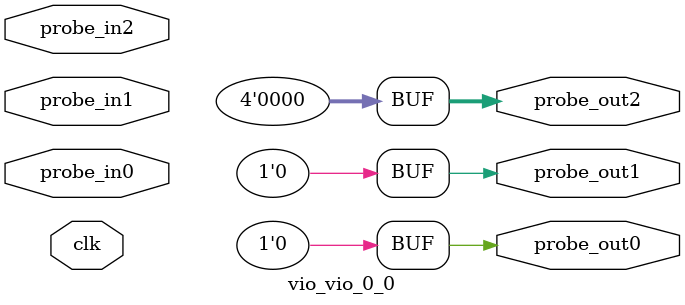
<source format=v>
`timescale 1ns / 1ps
module vio_vio_0_0 (
clk,
probe_in0,probe_in1,probe_in2,
probe_out0,
probe_out1,
probe_out2
);

input clk;
input [3 : 0] probe_in0;
input [3 : 0] probe_in1;
input [3 : 0] probe_in2;

output reg [0 : 0] probe_out0 = 'h0 ;
output reg [0 : 0] probe_out1 = 'h0 ;
output reg [3 : 0] probe_out2 = 'h0 ;


endmodule

</source>
